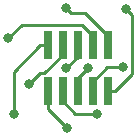
<source format=gbr>
G04 #@! TF.GenerationSoftware,KiCad,Pcbnew,(5.1.4)-1*
G04 #@! TF.CreationDate,2020-03-30T14:48:19-04:00*
G04 #@! TF.ProjectId,ProgAdapter,50726f67-4164-4617-9074-65722e6b6963,rev?*
G04 #@! TF.SameCoordinates,Original*
G04 #@! TF.FileFunction,Copper,L2,Bot*
G04 #@! TF.FilePolarity,Positive*
%FSLAX46Y46*%
G04 Gerber Fmt 4.6, Leading zero omitted, Abs format (unit mm)*
G04 Created by KiCad (PCBNEW (5.1.4)-1) date 2020-03-30 14:48:19*
%MOMM*%
%LPD*%
G04 APERTURE LIST*
%ADD10R,0.740000X2.400000*%
%ADD11C,0.800000*%
%ADD12C,0.250000*%
G04 APERTURE END LIST*
D10*
X117040000Y-86550000D03*
X117040000Y-82650000D03*
X115770000Y-86550000D03*
X115770000Y-82650000D03*
X114500000Y-86550000D03*
X114500000Y-82650000D03*
X113230000Y-86550000D03*
X113230000Y-82650000D03*
X111960000Y-86550000D03*
X111960000Y-82650000D03*
D11*
X118550000Y-79550000D03*
X113550000Y-79500000D03*
X118374990Y-84500000D03*
X108600000Y-82050000D03*
X115350000Y-84550000D03*
X113500000Y-84600000D03*
X116100000Y-88450000D03*
X110400000Y-85900000D03*
X113600000Y-89650000D03*
X109100002Y-88450000D03*
D12*
X119100000Y-85110000D02*
X117660000Y-86550000D01*
X119100000Y-80100000D02*
X119100000Y-85110000D01*
X118550000Y-79550000D02*
X119100000Y-80100000D01*
X117660000Y-86550000D02*
X117040000Y-86550000D01*
X117040000Y-81820000D02*
X117040000Y-82650000D01*
X115119999Y-79899999D02*
X117040000Y-81820000D01*
X113949999Y-79899999D02*
X115119999Y-79899999D01*
X113550000Y-79500000D02*
X113949999Y-79899999D01*
X115770000Y-86550000D02*
X115770000Y-85720000D01*
X115770000Y-85720000D02*
X116990000Y-84500000D01*
X117809305Y-84500000D02*
X118374990Y-84500000D01*
X116990000Y-84500000D02*
X117809305Y-84500000D01*
X115770000Y-81820000D02*
X115770000Y-82650000D01*
X114850000Y-80900000D02*
X115770000Y-81820000D01*
X109750000Y-80900000D02*
X114850000Y-80900000D01*
X108600000Y-82050000D02*
X109750000Y-80900000D01*
X114500000Y-86550000D02*
X114500000Y-85720000D01*
X114500000Y-85400000D02*
X114500000Y-86550000D01*
X115350000Y-84550000D02*
X114500000Y-85400000D01*
X114500000Y-83600000D02*
X114500000Y-82650000D01*
X113500000Y-84600000D02*
X114500000Y-83600000D01*
X113230000Y-87380000D02*
X113230000Y-86550000D01*
X114300000Y-88450000D02*
X113230000Y-87380000D01*
X116100000Y-88450000D02*
X114300000Y-88450000D01*
X111275001Y-85024999D02*
X110799999Y-85500001D01*
X110799999Y-85500001D02*
X110400000Y-85900000D01*
X111685001Y-85024999D02*
X111275001Y-85024999D01*
X113230000Y-83480000D02*
X111685001Y-85024999D01*
X113230000Y-82650000D02*
X113230000Y-83480000D01*
X111960000Y-88010000D02*
X111960000Y-86550000D01*
X113600000Y-89650000D02*
X111960000Y-88010000D01*
X111340000Y-82650000D02*
X111960000Y-82650000D01*
X109100002Y-84889998D02*
X111340000Y-82650000D01*
X109100002Y-88450000D02*
X109100002Y-84889998D01*
M02*

</source>
